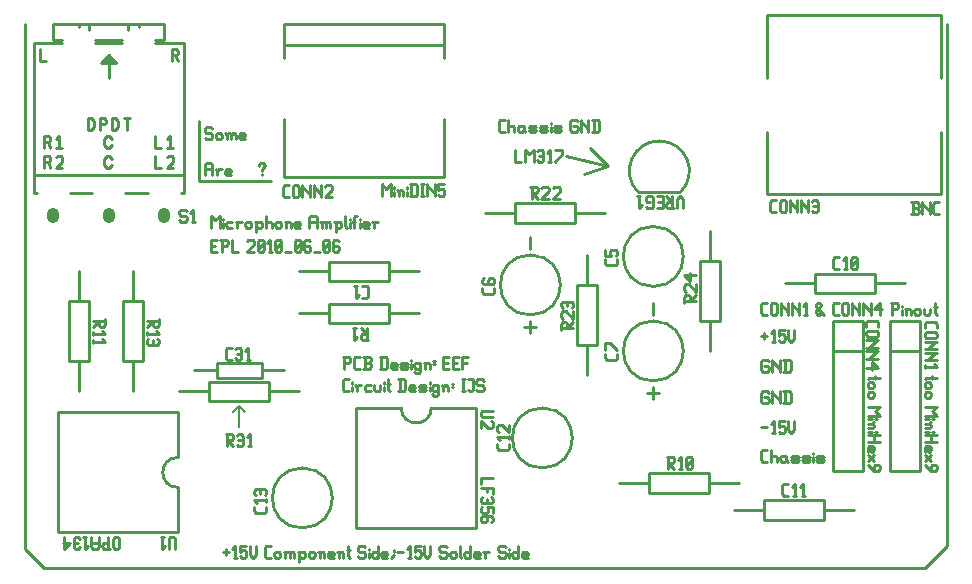
<source format=gbr>
G04 start of page 8 for group -4079 idx -4079 *
G04 Title: (unknown), topsilk *
G04 Creator: pcb 20110918 *
G04 CreationDate: Thu Mar  7 21:27:41 2013 UTC *
G04 For: fosse *
G04 Format: Gerber/RS-274X *
G04 PCB-Dimensions: 316500 193500 *
G04 PCB-Coordinate-Origin: lower left *
%MOIN*%
%FSLAX25Y25*%
%LNTOPSILK*%
%ADD90C,0.0400*%
%ADD89C,0.0110*%
%ADD88C,0.0060*%
%ADD87C,0.0100*%
G54D87*X62000Y135000D02*X86000D01*
X62000Y155000D02*Y135000D01*
G54D88*X75500Y60000D02*X73500Y58000D01*
G54D89*X10500Y6000D02*X304000D01*
X311500Y13500D01*
Y187500D01*
G54D87*X198500Y140000D02*X184500Y143500D01*
X198500Y140000D02*X192500Y146000D01*
X198500Y140000D02*X190500Y137500D01*
G54D89*X4000Y187500D02*Y12500D01*
X10500Y6000D01*
G54D88*X75500Y53000D02*Y60000D01*
X77500Y58000D01*
G54D87*X162495Y151550D02*X163980D01*
X162000Y152045D02*X162495Y151550D01*
X162000Y155015D02*Y152045D01*
Y155015D02*X162495Y155510D01*
X163980D01*
X165168D02*Y151550D01*
Y153035D02*X165663Y153530D01*
X166653D01*
X167148Y153035D01*
Y151550D01*
X169821Y153530D02*X170316Y153035D01*
X168831Y153530D02*X169821D01*
X168336Y153035D02*X168831Y153530D01*
X168336Y153035D02*Y152045D01*
X168831Y151550D01*
X170316Y153530D02*Y152045D01*
X170811Y151550D01*
X168831D02*X169821D01*
X170316Y152045D01*
X172494Y151550D02*X173979D01*
X174474Y152045D01*
X173979Y152540D02*X174474Y152045D01*
X172494Y152540D02*X173979D01*
X171999Y153035D02*X172494Y152540D01*
X171999Y153035D02*X172494Y153530D01*
X173979D01*
X174474Y153035D01*
X171999Y152045D02*X172494Y151550D01*
X176157D02*X177642D01*
X178137Y152045D01*
X177642Y152540D02*X178137Y152045D01*
X176157Y152540D02*X177642D01*
X175662Y153035D02*X176157Y152540D01*
X175662Y153035D02*X176157Y153530D01*
X177642D01*
X178137Y153035D01*
X175662Y152045D02*X176157Y151550D01*
X179325Y154520D02*Y154025D01*
Y153035D02*Y151550D01*
X180810D02*X182295D01*
X182790Y152045D01*
X182295Y152540D02*X182790Y152045D01*
X180810Y152540D02*X182295D01*
X180315Y153035D02*X180810Y152540D01*
X180315Y153035D02*X180810Y153530D01*
X182295D01*
X182790Y153035D01*
X180315Y152045D02*X180810Y151550D01*
X187740Y155510D02*X188235Y155015D01*
X186255Y155510D02*X187740D01*
X185760Y155015D02*X186255Y155510D01*
X185760Y155015D02*Y152045D01*
X186255Y151550D01*
X187740D01*
X188235Y152045D01*
Y153035D02*Y152045D01*
X187740Y153530D02*X188235Y153035D01*
X186750Y153530D02*X187740D01*
X189423Y155510D02*Y151550D01*
Y155510D02*Y155015D01*
X191898Y152540D01*
Y155510D02*Y151550D01*
X193581Y155510D02*Y151550D01*
X195066Y155510D02*X195561Y155015D01*
Y152045D01*
X195066Y151550D02*X195561Y152045D01*
X193086Y151550D02*X195066D01*
X193086Y155510D02*X195066D01*
X123000Y134010D02*Y130050D01*
Y134010D02*X124485Y132525D01*
X125970Y134010D01*
Y130050D01*
X127158Y133020D02*Y132525D01*
Y131535D02*Y130050D01*
X128643Y131535D02*Y130050D01*
Y131535D02*X129138Y132030D01*
X129633D01*
X130128Y131535D01*
Y130050D01*
X128148Y132030D02*X128643Y131535D01*
X131316Y133020D02*Y132525D01*
Y131535D02*Y130050D01*
X132801Y134010D02*Y130050D01*
X134286Y134010D02*X134781Y133515D01*
Y130545D01*
X134286Y130050D02*X134781Y130545D01*
X132306Y130050D02*X134286D01*
X132306Y134010D02*X134286D01*
X135969D02*X136959D01*
X136464D02*Y130050D01*
X135969D02*X136959D01*
X138147Y134010D02*Y130050D01*
Y134010D02*Y133515D01*
X140622Y131040D01*
Y134010D02*Y130050D01*
X141810Y134010D02*X143790D01*
X141810D02*Y132030D01*
X142305Y132525D01*
X143295D01*
X143790Y132030D01*
Y130545D01*
X143295Y130050D02*X143790Y130545D01*
X142305Y130050D02*X143295D01*
X141810Y130545D02*X142305Y130050D01*
X167500Y145510D02*Y141550D01*
X169480D01*
X170668Y145510D02*Y141550D01*
Y145510D02*X172153Y144025D01*
X173638Y145510D01*
Y141550D01*
X174826Y145015D02*X175321Y145510D01*
X176311D01*
X176806Y145015D01*
Y142045D01*
X176311Y141550D02*X176806Y142045D01*
X175321Y141550D02*X176311D01*
X174826Y142045D02*X175321Y141550D01*
Y143530D02*X176806D01*
X178489Y141550D02*X179479D01*
X178984Y145510D02*Y141550D01*
X177994Y144520D02*X178984Y145510D01*
X180667Y141550D02*X183142Y144025D01*
Y145510D02*Y144025D01*
X180667Y145510D02*X183142D01*
X299500Y124050D02*X301480D01*
X301975Y124545D01*
Y125535D02*Y124545D01*
X301480Y126030D02*X301975Y125535D01*
X299995Y126030D02*X301480D01*
X299995Y128010D02*Y124050D01*
X299500Y128010D02*X301480D01*
X301975Y127515D01*
Y126525D01*
X301480Y126030D02*X301975Y126525D01*
X303163Y128010D02*Y124050D01*
Y128010D02*Y127515D01*
X305638Y125040D01*
Y128010D02*Y124050D01*
X307321D02*X308806D01*
X306826Y124545D02*X307321Y124050D01*
X306826Y127515D02*Y124545D01*
Y127515D02*X307321Y128010D01*
X308806D01*
X304545Y69505D02*X308010D01*
X304545D02*X304050Y69010D01*
X306525Y70000D02*Y69010D01*
X304545Y68020D02*X305535D01*
X306030Y67525D01*
Y66535D01*
X305535Y66040D01*
X304545D02*X305535D01*
X304050Y66535D02*X304545Y66040D01*
X304050Y67525D02*Y66535D01*
X304545Y68020D02*X304050Y67525D01*
X304545Y64852D02*X305535D01*
X306030Y64357D01*
Y63367D01*
X305535Y62872D01*
X304545D02*X305535D01*
X304050Y63367D02*X304545Y62872D01*
X304050Y64357D02*Y63367D01*
X304545Y64852D02*X304050Y64357D01*
Y59902D02*X308010D01*
X306525Y58417D01*
X308010Y56932D01*
X304050D02*X308010D01*
X306525Y55744D02*X307020D01*
X304050D02*X305535D01*
X304050Y54259D02*X305535D01*
X306030Y53764D01*
Y53269D01*
X305535Y52774D01*
X304050D02*X305535D01*
X306030Y54754D02*X305535Y54259D01*
X306525Y51586D02*X307020D01*
X304050D02*X305535D01*
X304050Y50596D02*X308010D01*
X304050Y48121D02*X308010D01*
X306030Y50596D02*Y48121D01*
X304050Y46438D02*Y44953D01*
X304545Y46933D02*X304050Y46438D01*
X304545Y46933D02*X305535D01*
X306030Y46438D01*
Y45448D01*
X305535Y44953D01*
X305040Y46933D02*Y44953D01*
X305535D01*
X306030Y43765D02*X304050Y41785D01*
Y43765D02*X306030Y41785D01*
X304050Y40597D02*X306030Y38617D01*
X307515D01*
X308010Y39112D02*X307515Y38617D01*
X308010Y40102D02*Y39112D01*
X307515Y40597D02*X308010Y40102D01*
X306525Y40597D02*X307515D01*
X306525D02*X306030Y40102D01*
Y38617D01*
X285545Y69505D02*X289010D01*
X285545D02*X285050Y69010D01*
X287525Y70000D02*Y69010D01*
X285545Y68020D02*X286535D01*
X287030Y67525D01*
Y66535D01*
X286535Y66040D01*
X285545D02*X286535D01*
X285050Y66535D02*X285545Y66040D01*
X285050Y67525D02*Y66535D01*
X285545Y68020D02*X285050Y67525D01*
X285545Y64852D02*X286535D01*
X287030Y64357D01*
Y63367D01*
X286535Y62872D01*
X285545D02*X286535D01*
X285050Y63367D02*X285545Y62872D01*
X285050Y64357D02*Y63367D01*
X285545Y64852D02*X285050Y64357D01*
Y59902D02*X289010D01*
X287525Y58417D01*
X289010Y56932D01*
X285050D02*X289010D01*
X287525Y55744D02*X288020D01*
X285050D02*X286535D01*
X285050Y54259D02*X286535D01*
X287030Y53764D01*
Y53269D01*
X286535Y52774D01*
X285050D02*X286535D01*
X287030Y54754D02*X286535Y54259D01*
X287525Y51586D02*X288020D01*
X285050D02*X286535D01*
X285050Y50596D02*X289010D01*
X285050Y48121D02*X289010D01*
X287030Y50596D02*Y48121D01*
X285050Y46438D02*Y44953D01*
X285545Y46933D02*X285050Y46438D01*
X285545Y46933D02*X286535D01*
X287030Y46438D01*
Y45448D01*
X286535Y44953D01*
X286040Y46933D02*Y44953D01*
X286535D01*
X287030Y43765D02*X285050Y41785D01*
Y43765D02*X287030Y41785D01*
X285050Y40597D02*X287030Y38617D01*
X288515D01*
X289010Y39112D02*X288515Y38617D01*
X289010Y40102D02*Y39112D01*
X288515Y40597D02*X289010Y40102D01*
X287525Y40597D02*X288515D01*
X287525D02*X287030Y40102D01*
Y38617D01*
X250000Y90500D02*X251500D01*
X249500Y91000D02*X250000Y90500D01*
X249500Y94000D02*Y91000D01*
Y94000D02*X250000Y94500D01*
X251500D01*
X252700Y94000D02*Y91000D01*
Y94000D02*X253200Y94500D01*
X254200D01*
X254700Y94000D01*
Y91000D01*
X254200Y90500D02*X254700Y91000D01*
X253200Y90500D02*X254200D01*
X252700Y91000D02*X253200Y90500D01*
X255900Y94500D02*Y90500D01*
Y94500D02*Y94000D01*
X258400Y91500D01*
Y94500D02*Y90500D01*
X259600Y94500D02*Y90500D01*
Y94500D02*Y94000D01*
X262100Y91500D01*
Y94500D02*Y90500D01*
X263800D02*X264800D01*
X264300Y94500D02*Y90500D01*
X263300Y93500D02*X264300Y94500D01*
X267800Y91000D02*X268300Y90500D01*
X267800Y94000D02*Y93000D01*
Y94000D02*X268300Y94500D01*
X267800Y92000D02*X269300Y93500D01*
X268300Y90500D02*X268800D01*
X269800Y91500D01*
X267800Y93000D02*X270300Y90500D01*
X268300Y94500D02*X268800D01*
X269300Y94000D01*
Y93500D01*
X267800Y92000D02*Y91000D01*
X273800Y90500D02*X275300D01*
X273300Y91000D02*X273800Y90500D01*
X273300Y94000D02*Y91000D01*
Y94000D02*X273800Y94500D01*
X275300D01*
X276500Y94000D02*Y91000D01*
Y94000D02*X277000Y94500D01*
X278000D01*
X278500Y94000D01*
Y91000D01*
X278000Y90500D02*X278500Y91000D01*
X277000Y90500D02*X278000D01*
X276500Y91000D02*X277000Y90500D01*
X279700Y94500D02*Y90500D01*
Y94500D02*Y94000D01*
X282200Y91500D01*
Y94500D02*Y90500D01*
X283400Y94500D02*Y90500D01*
Y94500D02*Y94000D01*
X285900Y91500D01*
Y94500D02*Y90500D01*
X287100Y92500D02*X289100Y94500D01*
X287100Y92500D02*X289600D01*
X289100Y94500D02*Y90500D01*
X293100Y94500D02*Y90500D01*
X292600Y94500D02*X294600D01*
X295100Y94000D01*
Y93000D01*
X294600Y92500D02*X295100Y93000D01*
X293100Y92500D02*X294600D01*
X296300Y93500D02*Y93000D01*
Y92000D02*Y90500D01*
X297800Y92000D02*Y90500D01*
Y92000D02*X298300Y92500D01*
X298800D01*
X299300Y92000D01*
Y90500D01*
X297300Y92500D02*X297800Y92000D01*
X300500D02*Y91000D01*
Y92000D02*X301000Y92500D01*
X302000D01*
X302500Y92000D01*
Y91000D01*
X302000Y90500D02*X302500Y91000D01*
X301000Y90500D02*X302000D01*
X300500Y91000D02*X301000Y90500D01*
X303700Y92500D02*Y91000D01*
X304200Y90500D01*
X305200D01*
X305700Y91000D01*
Y92500D02*Y91000D01*
X307400Y94500D02*Y91000D01*
X307900Y90500D01*
X306900Y93000D02*X307900D01*
X249500Y83530D02*X251480D01*
X250490Y84520D02*Y82540D01*
X253163Y81550D02*X254153D01*
X253658Y85510D02*Y81550D01*
X252668Y84520D02*X253658Y85510D01*
X255341D02*X257321D01*
X255341D02*Y83530D01*
X255836Y84025D01*
X256826D01*
X257321Y83530D01*
Y82045D01*
X256826Y81550D02*X257321Y82045D01*
X255836Y81550D02*X256826D01*
X255341Y82045D02*X255836Y81550D01*
X258509Y85510D02*Y82540D01*
X259499Y81550D01*
X260489Y82540D01*
Y85510D02*Y82540D01*
X251480Y75510D02*X251975Y75015D01*
X249995Y75510D02*X251480D01*
X249500Y75015D02*X249995Y75510D01*
X249500Y75015D02*Y72045D01*
X249995Y71550D01*
X251480D01*
X251975Y72045D01*
Y73035D02*Y72045D01*
X251480Y73530D02*X251975Y73035D01*
X250490Y73530D02*X251480D01*
X253163Y75510D02*Y71550D01*
Y75510D02*Y75015D01*
X255638Y72540D01*
Y75510D02*Y71550D01*
X257321Y75510D02*Y71550D01*
X258806Y75510D02*X259301Y75015D01*
Y72045D01*
X258806Y71550D02*X259301Y72045D01*
X256826Y71550D02*X258806D01*
X256826Y75510D02*X258806D01*
X251480Y65010D02*X251975Y64515D01*
X249995Y65010D02*X251480D01*
X249500Y64515D02*X249995Y65010D01*
X249500Y64515D02*Y61545D01*
X249995Y61050D01*
X251480D01*
X251975Y61545D01*
Y62535D02*Y61545D01*
X251480Y63030D02*X251975Y62535D01*
X250490Y63030D02*X251480D01*
X253163Y65010D02*Y61050D01*
Y65010D02*Y64515D01*
X255638Y62040D01*
Y65010D02*Y61050D01*
X257321Y65010D02*Y61050D01*
X258806Y65010D02*X259301Y64515D01*
Y61545D01*
X258806Y61050D02*X259301Y61545D01*
X256826Y61050D02*X258806D01*
X256826Y65010D02*X258806D01*
X249995Y41550D02*X251480D01*
X249500Y42045D02*X249995Y41550D01*
X249500Y45015D02*Y42045D01*
Y45015D02*X249995Y45510D01*
X251480D01*
X252668D02*Y41550D01*
Y43035D02*X253163Y43530D01*
X254153D01*
X254648Y43035D01*
Y41550D01*
X257321Y43530D02*X257816Y43035D01*
X256331Y43530D02*X257321D01*
X255836Y43035D02*X256331Y43530D01*
X255836Y43035D02*Y42045D01*
X256331Y41550D01*
X257816Y43530D02*Y42045D01*
X258311Y41550D01*
X256331D02*X257321D01*
X257816Y42045D01*
X259994Y41550D02*X261479D01*
X261974Y42045D01*
X261479Y42540D02*X261974Y42045D01*
X259994Y42540D02*X261479D01*
X259499Y43035D02*X259994Y42540D01*
X259499Y43035D02*X259994Y43530D01*
X261479D01*
X261974Y43035D01*
X259499Y42045D02*X259994Y41550D01*
X263657D02*X265142D01*
X265637Y42045D01*
X265142Y42540D02*X265637Y42045D01*
X263657Y42540D02*X265142D01*
X263162Y43035D02*X263657Y42540D01*
X263162Y43035D02*X263657Y43530D01*
X265142D01*
X265637Y43035D01*
X263162Y42045D02*X263657Y41550D01*
X266825Y44520D02*Y44025D01*
Y43035D02*Y41550D01*
X268310D02*X269795D01*
X270290Y42045D01*
X269795Y42540D02*X270290Y42045D01*
X268310Y42540D02*X269795D01*
X267815Y43035D02*X268310Y42540D01*
X267815Y43035D02*X268310Y43530D01*
X269795D01*
X270290Y43035D01*
X267815Y42045D02*X268310Y41550D01*
X249500Y53030D02*X251480D01*
X253163Y51050D02*X254153D01*
X253658Y55010D02*Y51050D01*
X252668Y54020D02*X253658Y55010D01*
X255341D02*X257321D01*
X255341D02*Y53030D01*
X255836Y53525D01*
X256826D01*
X257321Y53030D01*
Y51545D01*
X256826Y51050D02*X257321Y51545D01*
X255836Y51050D02*X256826D01*
X255341Y51545D02*X255836Y51050D01*
X258509Y55010D02*Y52040D01*
X259499Y51050D01*
X260489Y52040D01*
Y55010D02*Y52040D01*
X156050Y36000D02*X160010D01*
X156050D02*Y34020D01*
Y32832D02*X160010D01*
Y30852D01*
X158030Y32832D02*Y31347D01*
X159515Y29664D02*X160010Y29169D01*
Y28179D01*
X159515Y27684D01*
X156545D02*X159515D01*
X156050Y28179D02*X156545Y27684D01*
X156050Y29169D02*Y28179D01*
X156545Y29664D02*X156050Y29169D01*
X158030D02*Y27684D01*
X160010Y26496D02*Y24516D01*
X158030Y26496D02*X160010D01*
X158030D02*X158525Y26001D01*
Y25011D01*
X158030Y24516D01*
X156545D02*X158030D01*
X156050Y25011D02*X156545Y24516D01*
X156050Y26001D02*Y25011D01*
X156545Y26496D02*X156050Y26001D01*
X160010Y21843D02*X159515Y21348D01*
X160010Y22833D02*Y21843D01*
X159515Y23328D02*X160010Y22833D01*
X156545Y23328D02*X159515D01*
X156545D02*X156050Y22833D01*
X158030Y21843D02*X157535Y21348D01*
X158030Y23328D02*Y21843D01*
X156050Y22833D02*Y21843D01*
X156545Y21348D01*
X157535D01*
X70000Y11530D02*X71980D01*
X70990Y12520D02*Y10540D01*
X73663Y9550D02*X74653D01*
X74158Y13510D02*Y9550D01*
X73168Y12520D02*X74158Y13510D01*
X75841D02*X77821D01*
X75841D02*Y11530D01*
X76336Y12025D01*
X77326D01*
X77821Y11530D01*
Y10045D01*
X77326Y9550D02*X77821Y10045D01*
X76336Y9550D02*X77326D01*
X75841Y10045D02*X76336Y9550D01*
X79009Y13510D02*Y10540D01*
X79999Y9550D01*
X80989Y10540D01*
Y13510D02*Y10540D01*
X84454Y9550D02*X85939D01*
X83959Y10045D02*X84454Y9550D01*
X83959Y13015D02*Y10045D01*
Y13015D02*X84454Y13510D01*
X85939D01*
X87127Y11035D02*Y10045D01*
Y11035D02*X87622Y11530D01*
X88612D01*
X89107Y11035D01*
Y10045D01*
X88612Y9550D02*X89107Y10045D01*
X87622Y9550D02*X88612D01*
X87127Y10045D02*X87622Y9550D01*
X90790Y11035D02*Y9550D01*
Y11035D02*X91285Y11530D01*
X91780D01*
X92275Y11035D01*
Y9550D01*
Y11035D02*X92770Y11530D01*
X93265D01*
X93760Y11035D01*
Y9550D01*
X90295Y11530D02*X90790Y11035D01*
X95443D02*Y8065D01*
X94948Y11530D02*X95443Y11035D01*
X95938Y11530D01*
X96928D01*
X97423Y11035D01*
Y10045D01*
X96928Y9550D02*X97423Y10045D01*
X95938Y9550D02*X96928D01*
X95443Y10045D02*X95938Y9550D01*
X98611Y11035D02*Y10045D01*
Y11035D02*X99106Y11530D01*
X100096D01*
X100591Y11035D01*
Y10045D01*
X100096Y9550D02*X100591Y10045D01*
X99106Y9550D02*X100096D01*
X98611Y10045D02*X99106Y9550D01*
X102274Y11035D02*Y9550D01*
Y11035D02*X102769Y11530D01*
X103264D01*
X103759Y11035D01*
Y9550D01*
X101779Y11530D02*X102274Y11035D01*
X105442Y9550D02*X106927D01*
X104947Y10045D02*X105442Y9550D01*
X104947Y11035D02*Y10045D01*
Y11035D02*X105442Y11530D01*
X106432D01*
X106927Y11035D01*
X104947Y10540D02*X106927D01*
Y11035D02*Y10540D01*
X108610Y11035D02*Y9550D01*
Y11035D02*X109105Y11530D01*
X109600D01*
X110095Y11035D01*
Y9550D01*
X108115Y11530D02*X108610Y11035D01*
X111778Y13510D02*Y10045D01*
X112273Y9550D01*
X111283Y12025D02*X112273D01*
X117025Y13510D02*X117520Y13015D01*
X115540Y13510D02*X117025D01*
X115045Y13015D02*X115540Y13510D01*
X115045Y13015D02*Y12025D01*
X115540Y11530D01*
X117025D01*
X117520Y11035D01*
Y10045D01*
X117025Y9550D02*X117520Y10045D01*
X115540Y9550D02*X117025D01*
X115045Y10045D02*X115540Y9550D01*
X118708Y12520D02*Y12025D01*
Y11035D02*Y9550D01*
X121678Y13510D02*Y9550D01*
X121183D02*X121678Y10045D01*
X120193Y9550D02*X121183D01*
X119698Y10045D02*X120193Y9550D01*
X119698Y11035D02*Y10045D01*
Y11035D02*X120193Y11530D01*
X121183D01*
X121678Y11035D01*
X123361Y9550D02*X124846D01*
X122866Y10045D02*X123361Y9550D01*
X122866Y11035D02*Y10045D01*
Y11035D02*X123361Y11530D01*
X124351D01*
X124846Y11035D01*
X122866Y10540D02*X124846D01*
Y11035D02*Y10540D01*
X126034Y9550D02*X127024Y10540D01*
Y12025D02*Y11530D01*
X128212D02*X130192D01*
X131875Y9550D02*X132865D01*
X132370Y13510D02*Y9550D01*
X131380Y12520D02*X132370Y13510D01*
X134053D02*X136033D01*
X134053D02*Y11530D01*
X134548Y12025D01*
X135538D01*
X136033Y11530D01*
Y10045D01*
X135538Y9550D02*X136033Y10045D01*
X134548Y9550D02*X135538D01*
X134053Y10045D02*X134548Y9550D01*
X137221Y13510D02*Y10540D01*
X138211Y9550D01*
X139201Y10540D01*
Y13510D02*Y10540D01*
X144151Y13510D02*X144646Y13015D01*
X142666Y13510D02*X144151D01*
X142171Y13015D02*X142666Y13510D01*
X142171Y13015D02*Y12025D01*
X142666Y11530D01*
X144151D01*
X144646Y11035D01*
Y10045D01*
X144151Y9550D02*X144646Y10045D01*
X142666Y9550D02*X144151D01*
X142171Y10045D02*X142666Y9550D01*
X145834Y11035D02*Y10045D01*
Y11035D02*X146329Y11530D01*
X147319D01*
X147814Y11035D01*
Y10045D01*
X147319Y9550D02*X147814Y10045D01*
X146329Y9550D02*X147319D01*
X145834Y10045D02*X146329Y9550D01*
X149002Y13510D02*Y10045D01*
X149497Y9550D01*
X152467Y13510D02*Y9550D01*
X151972D02*X152467Y10045D01*
X150982Y9550D02*X151972D01*
X150487Y10045D02*X150982Y9550D01*
X150487Y11035D02*Y10045D01*
Y11035D02*X150982Y11530D01*
X151972D01*
X152467Y11035D01*
X154150Y9550D02*X155635D01*
X153655Y10045D02*X154150Y9550D01*
X153655Y11035D02*Y10045D01*
Y11035D02*X154150Y11530D01*
X155140D01*
X155635Y11035D01*
X153655Y10540D02*X155635D01*
Y11035D02*Y10540D01*
X157318Y11035D02*Y9550D01*
Y11035D02*X157813Y11530D01*
X158803D01*
X156823D02*X157318Y11035D01*
X163753Y13510D02*X164248Y13015D01*
X162268Y13510D02*X163753D01*
X161773Y13015D02*X162268Y13510D01*
X161773Y13015D02*Y12025D01*
X162268Y11530D01*
X163753D01*
X164248Y11035D01*
Y10045D01*
X163753Y9550D02*X164248Y10045D01*
X162268Y9550D02*X163753D01*
X161773Y10045D02*X162268Y9550D01*
X165436Y12520D02*Y12025D01*
Y11035D02*Y9550D01*
X168406Y13510D02*Y9550D01*
X167911D02*X168406Y10045D01*
X166921Y9550D02*X167911D01*
X166426Y10045D02*X166921Y9550D01*
X166426Y11035D02*Y10045D01*
Y11035D02*X166921Y11530D01*
X167911D01*
X168406Y11035D01*
X170089Y9550D02*X171574D01*
X169594Y10045D02*X170089Y9550D01*
X169594Y11035D02*Y10045D01*
Y11035D02*X170089Y11530D01*
X171079D01*
X171574Y11035D01*
X169594Y10540D02*X171574D01*
Y11035D02*Y10540D01*
X35500Y15955D02*Y12985D01*
X35005Y12490D01*
X34015D02*X35005D01*
X34015D02*X33520Y12985D01*
Y15955D02*Y12985D01*
X34015Y16450D02*X33520Y15955D01*
X34015Y16450D02*X35005D01*
X35500Y15955D02*X35005Y16450D01*
X31837D02*Y12490D01*
X30352D02*X32332D01*
X30352D02*X29857Y12985D01*
Y13975D02*Y12985D01*
X30352Y14470D02*X29857Y13975D01*
X30352Y14470D02*X31837D01*
X28669Y16450D02*Y12985D01*
X28174Y12490D01*
X26689D02*X28174D01*
X26689D02*X26194Y12985D01*
Y16450D02*Y12985D01*
Y14470D02*X28669D01*
X23521Y16450D02*X24511D01*
X24016D02*Y12490D01*
X25006Y13480D02*X24016Y12490D01*
X22333Y12985D02*X21838Y12490D01*
X20848D02*X21838D01*
X20848D02*X20353Y12985D01*
Y15955D02*Y12985D01*
X20848Y16450D02*X20353Y15955D01*
X20848Y16450D02*X21838D01*
X22333Y15955D02*X21838Y16450D01*
X20353Y14470D02*X21838D01*
X19165D02*X17185Y12490D01*
X16690Y14470D02*X19165D01*
X17185Y16450D02*Y12490D01*
X110495Y65050D02*X111980D01*
X110000Y65545D02*X110495Y65050D01*
X110000Y68515D02*Y65545D01*
Y68515D02*X110495Y69010D01*
X111980D01*
X113168Y68020D02*Y67525D01*
Y66535D02*Y65050D01*
X114653Y66535D02*Y65050D01*
Y66535D02*X115148Y67030D01*
X116138D01*
X114158D02*X114653Y66535D01*
X117821Y67030D02*X119306D01*
X117326Y66535D02*X117821Y67030D01*
X117326Y66535D02*Y65545D01*
X117821Y65050D01*
X119306D01*
X120494Y67030D02*Y65545D01*
X120989Y65050D01*
X121979D01*
X122474Y65545D01*
Y67030D02*Y65545D01*
X123662Y68020D02*Y67525D01*
Y66535D02*Y65050D01*
X125147Y69010D02*Y65545D01*
X125642Y65050D01*
X124652Y67525D02*X125642D01*
X128909Y69010D02*Y65050D01*
X130394Y69010D02*X130889Y68515D01*
Y65545D01*
X130394Y65050D02*X130889Y65545D01*
X128414Y65050D02*X130394D01*
X128414Y69010D02*X130394D01*
X132572Y65050D02*X134057D01*
X132077Y65545D02*X132572Y65050D01*
X132077Y66535D02*Y65545D01*
Y66535D02*X132572Y67030D01*
X133562D01*
X134057Y66535D01*
X132077Y66040D02*X134057D01*
Y66535D02*Y66040D01*
X135740Y65050D02*X137225D01*
X137720Y65545D01*
X137225Y66040D02*X137720Y65545D01*
X135740Y66040D02*X137225D01*
X135245Y66535D02*X135740Y66040D01*
X135245Y66535D02*X135740Y67030D01*
X137225D01*
X137720Y66535D01*
X135245Y65545D02*X135740Y65050D01*
X138908Y68020D02*Y67525D01*
Y66535D02*Y65050D01*
X141383Y67030D02*X141878Y66535D01*
X140393Y67030D02*X141383D01*
X139898Y66535D02*X140393Y67030D01*
X139898Y66535D02*Y65545D01*
X140393Y65050D01*
X141383D01*
X141878Y65545D01*
X139898Y64060D02*X140393Y63565D01*
X141383D01*
X141878Y64060D01*
Y67030D02*Y64060D01*
X143561Y66535D02*Y65050D01*
Y66535D02*X144056Y67030D01*
X144551D01*
X145046Y66535D01*
Y65050D01*
X143066Y67030D02*X143561Y66535D01*
X146234Y67525D02*X146729D01*
X146234Y66535D02*X146729D01*
X149699Y69010D02*X150689D01*
X150194D02*Y65050D01*
X149699D02*X150689D01*
X151877Y69010D02*X153362D01*
Y65545D01*
X152867Y65050D02*X153362Y65545D01*
X152372Y65050D02*X152867D01*
X151877Y65545D02*X152372Y65050D01*
X156530Y69010D02*X157025Y68515D01*
X155045Y69010D02*X156530D01*
X154550Y68515D02*X155045Y69010D01*
X154550Y68515D02*Y67525D01*
X155045Y67030D01*
X156530D01*
X157025Y66535D01*
Y65545D01*
X156530Y65050D02*X157025Y65545D01*
X155045Y65050D02*X156530D01*
X154550Y65545D02*X155045Y65050D01*
X110495Y76510D02*Y72550D01*
X110000Y76510D02*X111980D01*
X112475Y76015D01*
Y75025D01*
X111980Y74530D02*X112475Y75025D01*
X110495Y74530D02*X111980D01*
X114158Y72550D02*X115643D01*
X113663Y73045D02*X114158Y72550D01*
X113663Y76015D02*Y73045D01*
Y76015D02*X114158Y76510D01*
X115643D01*
X116831Y72550D02*X118811D01*
X119306Y73045D01*
Y74035D02*Y73045D01*
X118811Y74530D02*X119306Y74035D01*
X117326Y74530D02*X118811D01*
X117326Y76510D02*Y72550D01*
X116831Y76510D02*X118811D01*
X119306Y76015D01*
Y75025D01*
X118811Y74530D02*X119306Y75025D01*
X122771Y76510D02*Y72550D01*
X124256Y76510D02*X124751Y76015D01*
Y73045D01*
X124256Y72550D02*X124751Y73045D01*
X122276Y72550D02*X124256D01*
X122276Y76510D02*X124256D01*
X126434Y72550D02*X127919D01*
X125939Y73045D02*X126434Y72550D01*
X125939Y74035D02*Y73045D01*
Y74035D02*X126434Y74530D01*
X127424D01*
X127919Y74035D01*
X125939Y73540D02*X127919D01*
Y74035D02*Y73540D01*
X129602Y72550D02*X131087D01*
X131582Y73045D01*
X131087Y73540D02*X131582Y73045D01*
X129602Y73540D02*X131087D01*
X129107Y74035D02*X129602Y73540D01*
X129107Y74035D02*X129602Y74530D01*
X131087D01*
X131582Y74035D01*
X129107Y73045D02*X129602Y72550D01*
X132770Y75520D02*Y75025D01*
Y74035D02*Y72550D01*
X135245Y74530D02*X135740Y74035D01*
X134255Y74530D02*X135245D01*
X133760Y74035D02*X134255Y74530D01*
X133760Y74035D02*Y73045D01*
X134255Y72550D01*
X135245D01*
X135740Y73045D01*
X133760Y71560D02*X134255Y71065D01*
X135245D01*
X135740Y71560D01*
Y74530D02*Y71560D01*
X137423Y74035D02*Y72550D01*
Y74035D02*X137918Y74530D01*
X138413D01*
X138908Y74035D01*
Y72550D01*
X136928Y74530D02*X137423Y74035D01*
X140096Y75025D02*X140591D01*
X140096Y74035D02*X140591D01*
X143561Y74530D02*X145046D01*
X143561Y72550D02*X145541D01*
X143561Y76510D02*Y72550D01*
Y76510D02*X145541D01*
X146729Y74530D02*X148214D01*
X146729Y72550D02*X148709D01*
X146729Y76510D02*Y72550D01*
Y76510D02*X148709D01*
X149897D02*Y72550D01*
Y76510D02*X151877D01*
X149897Y74530D02*X151382D01*
X64000Y140515D02*Y137050D01*
Y140515D02*X64495Y141010D01*
X65980D01*
X66475Y140515D01*
Y137050D01*
X64000Y139030D02*X66475D01*
X68158Y138535D02*Y137050D01*
Y138535D02*X68653Y139030D01*
X69643D01*
X67663D02*X68158Y138535D01*
X71326Y137050D02*X72811D01*
X70831Y137545D02*X71326Y137050D01*
X70831Y138535D02*Y137545D01*
Y138535D02*X71326Y139030D01*
X72316D01*
X72811Y138535D01*
X70831Y138040D02*X72811D01*
Y138535D02*Y138040D01*
X82990Y139030D02*Y138535D01*
Y137545D02*Y137050D01*
X82000Y140515D02*Y140020D01*
Y140515D02*X82495Y141010D01*
X83485D01*
X83980Y140515D01*
Y140020D01*
X82990Y139030D02*X83980Y140020D01*
X66000Y113500D02*X67500D01*
X66000Y111500D02*X68000D01*
X66000Y115500D02*Y111500D01*
Y115500D02*X68000D01*
X69700D02*Y111500D01*
X69200Y115500D02*X71200D01*
X71700Y115000D01*
Y114000D01*
X71200Y113500D02*X71700Y114000D01*
X69700Y113500D02*X71200D01*
X72900Y115500D02*Y111500D01*
X74900D01*
X77900Y115000D02*X78400Y115500D01*
X79900D01*
X80400Y115000D01*
Y114000D01*
X77900Y111500D02*X80400Y114000D01*
X77900Y111500D02*X80400D01*
X81600Y112000D02*X82100Y111500D01*
X81600Y115000D02*Y112000D01*
Y115000D02*X82100Y115500D01*
X83100D01*
X83600Y115000D01*
Y112000D01*
X83100Y111500D02*X83600Y112000D01*
X82100Y111500D02*X83100D01*
X81600Y112500D02*X83600Y114500D01*
X85300Y111500D02*X86300D01*
X85800Y115500D02*Y111500D01*
X84800Y114500D02*X85800Y115500D01*
X87500Y112000D02*X88000Y111500D01*
X87500Y115000D02*Y112000D01*
Y115000D02*X88000Y115500D01*
X89000D01*
X89500Y115000D01*
Y112000D01*
X89000Y111500D02*X89500Y112000D01*
X88000Y111500D02*X89000D01*
X87500Y112500D02*X89500Y114500D01*
X90700Y111500D02*X92700D01*
X93900Y112000D02*X94400Y111500D01*
X93900Y115000D02*Y112000D01*
Y115000D02*X94400Y115500D01*
X95400D01*
X95900Y115000D01*
Y112000D01*
X95400Y111500D02*X95900Y112000D01*
X94400Y111500D02*X95400D01*
X93900Y112500D02*X95900Y114500D01*
X98600Y115500D02*X99100Y115000D01*
X97600Y115500D02*X98600D01*
X97100Y115000D02*X97600Y115500D01*
X97100Y115000D02*Y112000D01*
X97600Y111500D01*
X98600Y113500D02*X99100Y113000D01*
X97100Y113500D02*X98600D01*
X97600Y111500D02*X98600D01*
X99100Y112000D01*
Y113000D02*Y112000D01*
X100300Y111500D02*X102300D01*
X103500Y112000D02*X104000Y111500D01*
X103500Y115000D02*Y112000D01*
Y115000D02*X104000Y115500D01*
X105000D01*
X105500Y115000D01*
Y112000D01*
X105000Y111500D02*X105500Y112000D01*
X104000Y111500D02*X105000D01*
X103500Y112500D02*X105500Y114500D01*
X108200Y115500D02*X108700Y115000D01*
X107200Y115500D02*X108200D01*
X106700Y115000D02*X107200Y115500D01*
X106700Y115000D02*Y112000D01*
X107200Y111500D01*
X108200Y113500D02*X108700Y113000D01*
X106700Y113500D02*X108200D01*
X107200Y111500D02*X108200D01*
X108700Y112000D01*
Y113000D02*Y112000D01*
X66000Y123510D02*Y119550D01*
Y123510D02*X67485Y122025D01*
X68970Y123510D01*
Y119550D01*
X70158Y122520D02*Y122025D01*
Y121035D02*Y119550D01*
X71643Y121530D02*X73128D01*
X71148Y121035D02*X71643Y121530D01*
X71148Y121035D02*Y120045D01*
X71643Y119550D01*
X73128D01*
X74811Y121035D02*Y119550D01*
Y121035D02*X75306Y121530D01*
X76296D01*
X74316D02*X74811Y121035D01*
X77484D02*Y120045D01*
Y121035D02*X77979Y121530D01*
X78969D01*
X79464Y121035D01*
Y120045D01*
X78969Y119550D02*X79464Y120045D01*
X77979Y119550D02*X78969D01*
X77484Y120045D02*X77979Y119550D01*
X81147Y121035D02*Y118065D01*
X80652Y121530D02*X81147Y121035D01*
X81642Y121530D01*
X82632D01*
X83127Y121035D01*
Y120045D01*
X82632Y119550D02*X83127Y120045D01*
X81642Y119550D02*X82632D01*
X81147Y120045D02*X81642Y119550D01*
X84315Y123510D02*Y119550D01*
Y121035D02*X84810Y121530D01*
X85800D01*
X86295Y121035D01*
Y119550D01*
X87483Y121035D02*Y120045D01*
Y121035D02*X87978Y121530D01*
X88968D01*
X89463Y121035D01*
Y120045D01*
X88968Y119550D02*X89463Y120045D01*
X87978Y119550D02*X88968D01*
X87483Y120045D02*X87978Y119550D01*
X91146Y121035D02*Y119550D01*
Y121035D02*X91641Y121530D01*
X92136D01*
X92631Y121035D01*
Y119550D01*
X90651Y121530D02*X91146Y121035D01*
X94314Y119550D02*X95799D01*
X93819Y120045D02*X94314Y119550D01*
X93819Y121035D02*Y120045D01*
Y121035D02*X94314Y121530D01*
X95304D01*
X95799Y121035D01*
X93819Y120540D02*X95799D01*
Y121035D02*Y120540D01*
X98769Y123015D02*Y119550D01*
Y123015D02*X99264Y123510D01*
X100749D01*
X101244Y123015D01*
Y119550D01*
X98769Y121530D02*X101244D01*
X102927Y121035D02*Y119550D01*
Y121035D02*X103422Y121530D01*
X103917D01*
X104412Y121035D01*
Y119550D01*
Y121035D02*X104907Y121530D01*
X105402D01*
X105897Y121035D01*
Y119550D01*
X102432Y121530D02*X102927Y121035D01*
X107580D02*Y118065D01*
X107085Y121530D02*X107580Y121035D01*
X108075Y121530D01*
X109065D01*
X109560Y121035D01*
Y120045D01*
X109065Y119550D02*X109560Y120045D01*
X108075Y119550D02*X109065D01*
X107580Y120045D02*X108075Y119550D01*
X110748Y123510D02*Y120045D01*
X111243Y119550D01*
X112233Y122520D02*Y122025D01*
Y121035D02*Y119550D01*
X113718Y123015D02*Y119550D01*
Y123015D02*X114213Y123510D01*
X114708D01*
X113223Y121530D02*X114213D01*
X115698Y122520D02*Y122025D01*
Y121035D02*Y119550D01*
X117183D02*X118668D01*
X116688Y120045D02*X117183Y119550D01*
X116688Y121035D02*Y120045D01*
Y121035D02*X117183Y121530D01*
X118173D01*
X118668Y121035D01*
X116688Y120540D02*X118668D01*
Y121035D02*Y120540D01*
X120351Y121035D02*Y119550D01*
Y121035D02*X120846Y121530D01*
X121836D01*
X119856D02*X120351Y121035D01*
X65980Y153010D02*X66475Y152515D01*
X64495Y153010D02*X65980D01*
X64000Y152515D02*X64495Y153010D01*
X64000Y152515D02*Y151525D01*
X64495Y151030D01*
X65980D01*
X66475Y150535D01*
Y149545D01*
X65980Y149050D02*X66475Y149545D01*
X64495Y149050D02*X65980D01*
X64000Y149545D02*X64495Y149050D01*
X67663Y150535D02*Y149545D01*
Y150535D02*X68158Y151030D01*
X69148D01*
X69643Y150535D01*
Y149545D01*
X69148Y149050D02*X69643Y149545D01*
X68158Y149050D02*X69148D01*
X67663Y149545D02*X68158Y149050D01*
X71326Y150535D02*Y149050D01*
Y150535D02*X71821Y151030D01*
X72316D01*
X72811Y150535D01*
Y149050D01*
Y150535D02*X73306Y151030D01*
X73801D01*
X74296Y150535D01*
Y149050D01*
X70831Y151030D02*X71326Y150535D01*
X75979Y149050D02*X77464D01*
X75484Y149545D02*X75979Y149050D01*
X75484Y150535D02*Y149545D01*
Y150535D02*X75979Y151030D01*
X76969D01*
X77464Y150535D01*
X75484Y150040D02*X77464D01*
Y150535D02*Y150040D01*
G54D90*X50500Y124000D02*Y123000D01*
G54D87*X57000Y131000D02*Y181000D01*
X42000Y186500D02*Y187500D01*
X8000Y131000D02*X7000D01*
X57000D02*X56000D01*
X19000D02*X26500D01*
X37500D02*X45000D01*
X25500Y185500D02*Y187500D01*
X22000Y186500D02*Y187500D01*
X7000Y181000D02*X16500D01*
X27500D02*X36500D01*
X57000D02*X47500D01*
X16500Y182000D02*X13500D01*
Y187500D01*
X50500D01*
Y182000D01*
X47500D01*
X36500D02*X27500D01*
X38500Y185500D02*Y187500D01*
G54D90*X13500Y124000D02*Y123000D01*
X32000Y124000D02*Y123000D01*
G54D87*X7000Y181000D02*Y131000D01*
Y137000D02*X57000D01*
X32000Y177000D02*Y169500D01*
Y177000D02*X29500Y174500D01*
X34500D01*
X32000Y177000D01*
Y176000D02*X33500Y174500D01*
X30500D02*X32000Y176000D01*
X25000Y156000D02*Y152000D01*
X26000D01*
X27000Y153000D01*
Y155000D01*
X26000Y156000D01*
X25000D01*
X29000Y152000D02*Y156000D01*
X30500D01*
X31000Y155500D01*
Y154500D01*
X30500Y154000D01*
X29500D01*
X35000Y155000D02*X34000Y156000D01*
X33000D01*
X12000Y150000D02*X12500Y149500D01*
Y148500D01*
X12000Y148000D01*
X11000D01*
X10500Y143500D02*X12000D01*
X12500Y143000D01*
Y142000D01*
X12000Y141500D01*
X11000D01*
X12000Y147500D02*X12500Y146000D01*
X12000Y141000D02*X12500Y139500D01*
X53000Y179000D02*Y175000D01*
Y179000D02*X54500D01*
X55000Y178500D01*
Y177500D01*
X54500Y177000D01*
X53500D01*
X54500Y176500D02*X55000Y175000D01*
X9000Y179000D02*Y175000D01*
X11000D01*
X16500Y143000D02*Y141500D01*
X10500Y143500D02*Y139500D01*
X14500Y146000D02*X16500D01*
X15500D02*Y150000D01*
X14500Y149000D01*
X47500Y139500D02*X49500D01*
X14500D02*X16500D01*
X52000Y143500D02*X53000D01*
X51500Y143000D02*X52000Y143500D01*
X53000D02*X53500Y143000D01*
Y141500D01*
X51500Y139500D01*
X53500D01*
X47500Y150000D02*Y146000D01*
X49500D01*
X51500D02*X53500D01*
X52500D02*Y150000D01*
X51500Y149000D01*
X47500Y143500D02*Y139500D01*
X16500Y141500D02*X14500Y139500D01*
Y143000D02*X15000Y143500D01*
X16000D02*X16500Y143000D01*
X15000Y143500D02*X16000D01*
X10500Y150000D02*Y146000D01*
Y150000D02*X12000D01*
X33000Y156000D02*Y152000D01*
X34000D01*
X35000Y153000D01*
Y155000D01*
X37000Y156000D02*X39000D01*
X38000D02*Y152000D01*
X30500Y142500D02*Y140500D01*
Y149000D02*Y147000D01*
X31500Y150000D02*X30500Y149000D01*
Y147000D02*X31500Y146000D01*
X32000D02*X33000Y147000D01*
X31500Y146000D02*X32000D01*
Y150000D02*X31500D01*
X33000Y142500D02*X32000Y143500D01*
X31500D01*
X30500Y142500D01*
Y140500D02*X31500Y139500D01*
X32000D02*X33000Y140500D01*
X31500Y139500D02*X32000D01*
X33000Y149000D02*X32000Y150000D01*
X15000Y58000D02*X55000D01*
X15000D02*Y18000D01*
X55000D01*
Y58000D02*Y43000D01*
Y33000D02*Y18000D01*
Y43000D02*G75*G03X55000Y33000I0J-5000D01*G01*
X96500Y19500D02*G75*G03X96500Y19500I0J10000D01*G01*
X40000Y105000D02*Y95000D01*
Y75000D02*Y65000D01*
X43300Y95000D02*Y75000D01*
X36700D02*X43300D01*
X36700Y95000D02*Y75000D01*
Y95000D02*X43300D01*
X68000Y74500D02*Y69500D01*
X83000D01*
Y74500D02*Y69500D01*
X68000Y74500D02*X83000D01*
Y72000D02*X90500D01*
X60500D02*X68000D01*
X22000Y105000D02*Y95000D01*
Y75000D02*Y65000D01*
X25300Y95000D02*Y75000D01*
X18700D02*X25300D01*
X18700Y95000D02*Y75000D01*
Y95000D02*X25300D01*
X55500Y65000D02*X65500D01*
X85500D02*X95500D01*
X65500Y68300D02*X85500D01*
Y61700D01*
X65500D02*X85500D01*
X65500Y68300D02*Y61700D01*
X191500Y80500D02*Y70500D01*
Y110500D02*Y100500D01*
X188200D02*Y80500D01*
Y100500D02*X194800D01*
Y80500D01*
X188200D02*X194800D01*
X172500Y88500D02*Y84500D01*
X170500Y86500D02*X174500D01*
X172500Y116500D02*Y112500D01*
Y90500D02*G75*G03X172500Y90500I0J10000D01*G01*
X176500Y39500D02*G75*G03X176500Y39500I0J10000D01*G01*
X309500Y190350D02*X251500D01*
X309500Y130650D02*Y151500D01*
X251500Y130650D02*X309500D01*
X251500Y190350D02*Y169500D01*
X309500Y190350D02*Y169500D01*
X251500Y130650D02*Y151500D01*
X309500Y189516D03*
X208500Y131500D02*X222500D01*
X222571Y131429D02*G75*G03X208429Y131429I-7071J7071D01*G01*
X90425Y180500D02*X143574D01*
X90425Y136406D02*Y155737D01*
Y187390D02*X143575D01*
Y136406D02*X90425D01*
Y187390D02*Y176052D01*
X143575Y187390D02*Y176052D01*
Y136406D02*Y155737D01*
X157500Y124500D02*X167500D01*
X187500D02*X197500D01*
X167500Y127800D02*X187500D01*
Y121200D01*
X167500D01*
Y127800D01*
X213500Y100000D02*G75*G03X213500Y100000I0J10000D01*G01*
X232500Y88500D02*Y78500D01*
Y118500D02*Y108500D01*
X229200D02*Y88500D01*
Y108500D02*X235800D01*
Y88500D01*
X229200D02*X235800D01*
X213500Y66500D02*Y62500D01*
X211500Y64500D02*X215500D01*
X213500Y94500D02*Y90500D01*
Y68500D02*G75*G03X213500Y68500I0J10000D01*G01*
X302500Y78500D02*Y88500D01*
X292500Y78500D02*X302500D01*
Y88500D02*X292500D01*
X302500Y38500D02*Y88500D01*
X292500Y38500D02*X302500D01*
X292500Y88500D02*Y38500D01*
X283500Y78500D02*Y88500D01*
X273500Y78500D02*X283500D01*
Y88500D02*X273500D01*
X283500Y38500D02*Y88500D01*
X273500Y38500D02*X283500D01*
X273500Y88500D02*Y38500D01*
X257500Y101000D02*X267500D01*
X287500D02*X297500D01*
X267500Y104300D02*X287500D01*
Y97700D01*
X267500D01*
Y104300D01*
X212000Y37800D02*Y31200D01*
X232000D01*
Y37800D02*Y31200D01*
X212000Y37800D02*X232000D01*
Y34500D02*X242000D01*
X202000D02*X212000D01*
X240500Y25500D02*X250500D01*
X270500D02*X280500D01*
X250500Y28800D02*X270500D01*
Y22200D01*
X250500D02*X270500D01*
X250500Y28800D02*Y22200D01*
X114500Y59500D02*Y19500D01*
X154500D01*
Y59500D01*
X114500D02*X129500D01*
X139500D02*X154500D01*
X129500D02*G75*G03X139500Y59500I5000J0D01*G01*
X125500Y105000D02*X135500D01*
X95500D02*X105500D01*
Y101700D02*X125500D01*
X105500Y108300D02*Y101700D01*
Y108300D02*X125500D01*
Y101700D01*
Y91000D02*X135500D01*
X95500D02*X105500D01*
Y87700D02*X125500D01*
X105500Y94300D02*Y87700D01*
Y94300D02*X125500D01*
Y87700D01*
X57500Y125500D02*X58000Y125000D01*
X56000Y125500D02*X57500D01*
X55500Y125000D02*X56000Y125500D01*
X55500Y125000D02*Y124000D01*
X56000Y123500D01*
X57500D01*
X58000Y123000D01*
Y122000D01*
X57500Y121500D02*X58000Y122000D01*
X56000Y121500D02*X57500D01*
X55500Y122000D02*X56000Y121500D01*
X59700D02*X60700D01*
X60200Y125500D02*Y121500D01*
X59200Y124500D02*X60200Y125500D01*
X90634Y129752D02*X92134D01*
X90134Y130252D02*X90634Y129752D01*
X90134Y133252D02*Y130252D01*
Y133252D02*X90634Y133752D01*
X92134D01*
X93334Y133252D02*Y130252D01*
Y133252D02*X93834Y133752D01*
X94834D01*
X95334Y133252D01*
Y130252D01*
X94834Y129752D02*X95334Y130252D01*
X93834Y129752D02*X94834D01*
X93334Y130252D02*X93834Y129752D01*
X96534Y133752D02*Y129752D01*
Y133752D02*Y133252D01*
X99034Y130752D01*
Y133752D02*Y129752D01*
X100234Y133752D02*Y129752D01*
Y133752D02*Y133252D01*
X102734Y130752D01*
Y133752D02*Y129752D01*
X103934Y133252D02*X104434Y133752D01*
X105934D01*
X106434Y133252D01*
Y132252D01*
X103934Y129752D02*X106434Y132252D01*
X103934Y129752D02*X106434D01*
X54000Y16000D02*Y12500D01*
Y16000D02*X53500Y16500D01*
X52500D02*X53500D01*
X52500D02*X52000Y16000D01*
Y12500D01*
X49300Y16500D02*X50300D01*
X49800D02*Y12500D01*
X50800Y13500D02*X49800Y12500D01*
X84500Y26500D02*Y25000D01*
X84000Y24500D02*X84500Y25000D01*
X81000Y24500D02*X84000D01*
X81000D02*X80500Y25000D01*
Y26500D02*Y25000D01*
X84500Y29200D02*Y28200D01*
X80500Y28700D02*X84500D01*
X81500Y27700D02*X80500Y28700D01*
X81000Y30400D02*X80500Y30900D01*
Y31900D02*Y30900D01*
Y31900D02*X81000Y32400D01*
X84000D01*
X84500Y31900D02*X84000Y32400D01*
X84500Y31900D02*Y30900D01*
X84000Y30400D02*X84500Y30900D01*
X82500Y32400D02*Y30900D01*
X48700Y89000D02*Y87000D01*
X48200Y86500D01*
X47200D02*X48200D01*
X46700Y87000D02*X47200Y86500D01*
X46700Y88500D02*Y87000D01*
X44700Y88500D02*X48700D01*
X46700D02*X44700Y86500D01*
Y84800D02*Y83800D01*
Y84300D02*X48700D01*
X47700Y85300D02*X48700Y84300D01*
X48200Y82600D02*X48700Y82100D01*
Y81100D01*
X48200Y80600D01*
X45200D02*X48200D01*
X44700Y81100D02*X45200Y80600D01*
X44700Y82100D02*Y81100D01*
X45200Y82600D02*X44700Y82100D01*
X46700D02*Y80600D01*
X71500Y75500D02*X73000D01*
X71000Y76000D02*X71500Y75500D01*
X71000Y79000D02*Y76000D01*
Y79000D02*X71500Y79500D01*
X73000D01*
X74200Y79000D02*X74700Y79500D01*
X75700D01*
X76200Y79000D01*
Y76000D01*
X75700Y75500D02*X76200Y76000D01*
X74700Y75500D02*X75700D01*
X74200Y76000D02*X74700Y75500D01*
Y77500D02*X76200D01*
X77900Y75500D02*X78900D01*
X78400Y79500D02*Y75500D01*
X77400Y78500D02*X78400Y79500D01*
X30700Y89000D02*Y87000D01*
X30200Y86500D01*
X29200D02*X30200D01*
X28700Y87000D02*X29200Y86500D01*
X28700Y88500D02*Y87000D01*
X26700Y88500D02*X30700D01*
X28700D02*X26700Y86500D01*
Y84800D02*Y83800D01*
Y84300D02*X30700D01*
X29700Y85300D02*X30700Y84300D01*
X26700Y82100D02*Y81100D01*
Y81600D02*X30700D01*
X29700Y82600D02*X30700Y81600D01*
X71000Y50700D02*X73000D01*
X73500Y50200D01*
Y49200D01*
X73000Y48700D02*X73500Y49200D01*
X71500Y48700D02*X73000D01*
X71500Y50700D02*Y46700D01*
Y48700D02*X73500Y46700D01*
X74700Y50200D02*X75200Y50700D01*
X76200D01*
X76700Y50200D01*
Y47200D01*
X76200Y46700D02*X76700Y47200D01*
X75200Y46700D02*X76200D01*
X74700Y47200D02*X75200Y46700D01*
Y48700D02*X76700D01*
X78400Y46700D02*X79400D01*
X78900Y50700D02*Y46700D01*
X77900Y49700D02*X78900Y50700D01*
X116500Y100300D02*X118000D01*
X118500Y99800D02*X118000Y100300D01*
X118500Y99800D02*Y96800D01*
X118000Y96300D01*
X116500D02*X118000D01*
X113800Y100300D02*X114800D01*
X114300D02*Y96300D01*
X115300Y97300D02*X114300Y96300D01*
X116500Y82300D02*X118500D01*
X116500D02*X116000Y82800D01*
Y83800D02*Y82800D01*
X116500Y84300D02*X116000Y83800D01*
X116500Y84300D02*X118000D01*
Y86300D02*Y82300D01*
Y84300D02*X116000Y86300D01*
X113300D02*X114300D01*
X113800D02*Y82300D01*
X114800Y83300D02*X113800Y82300D01*
X182800Y87500D02*Y85500D01*
Y87500D02*X183300Y88000D01*
X184300D01*
X184800Y87500D02*X184300Y88000D01*
X184800Y87500D02*Y86000D01*
X182800D02*X186800D01*
X184800D02*X186800Y88000D01*
X183300Y89200D02*X182800Y89700D01*
Y91200D02*Y89700D01*
Y91200D02*X183300Y91700D01*
X184300D01*
X186800Y89200D02*X184300Y91700D01*
X186800D02*Y89200D01*
X183300Y92900D02*X182800Y93400D01*
Y94400D02*Y93400D01*
Y94400D02*X183300Y94900D01*
X186300D01*
X186800Y94400D02*X186300Y94900D01*
X186800Y94400D02*Y93400D01*
X186300Y92900D02*X186800Y93400D01*
X184800Y94900D02*Y93400D01*
X160500Y99500D02*Y98000D01*
X160000Y97500D02*X160500Y98000D01*
X157000Y97500D02*X160000D01*
X157000D02*X156500Y98000D01*
Y99500D02*Y98000D01*
Y102200D02*X157000Y102700D01*
X156500Y102200D02*Y101200D01*
X157000Y100700D02*X156500Y101200D01*
X157000Y100700D02*X160000D01*
X160500Y101200D01*
X158500Y102200D02*X159000Y102700D01*
X158500Y102200D02*Y100700D01*
X160500Y102200D02*Y101200D01*
Y102200D02*X160000Y102700D01*
X159000D02*X160000D01*
X165500Y47500D02*Y46000D01*
X165000Y45500D02*X165500Y46000D01*
X162000Y45500D02*X165000D01*
X162000D02*X161500Y46000D01*
Y47500D02*Y46000D01*
X165500Y50200D02*Y49200D01*
X161500Y49700D02*X165500D01*
X162500Y48700D02*X161500Y49700D01*
X162000Y51400D02*X161500Y51900D01*
Y53400D02*Y51900D01*
Y53400D02*X162000Y53900D01*
X163000D01*
X165500Y51400D02*X163000Y53900D01*
X165500D02*Y51400D01*
X253037Y124690D02*X254537D01*
X252537Y125190D02*X253037Y124690D01*
X252537Y128190D02*Y125190D01*
Y128190D02*X253037Y128690D01*
X254537D01*
X255737Y128190D02*Y125190D01*
Y128190D02*X256237Y128690D01*
X257237D01*
X257737Y128190D01*
Y125190D01*
X257237Y124690D02*X257737Y125190D01*
X256237Y124690D02*X257237D01*
X255737Y125190D02*X256237Y124690D01*
X258937Y128690D02*Y124690D01*
Y128690D02*Y128190D01*
X261437Y125690D01*
Y128690D02*Y124690D01*
X262637Y128690D02*Y124690D01*
Y128690D02*Y128190D01*
X265137Y125690D01*
Y128690D02*Y124690D01*
X266337Y128190D02*X266837Y128690D01*
X267837D01*
X268337Y128190D01*
Y125190D01*
X267837Y124690D02*X268337Y125190D01*
X266837Y124690D02*X267837D01*
X266337Y125190D02*X266837Y124690D01*
Y126690D02*X268337D01*
X223500Y129000D02*Y126000D01*
Y129000D02*X222500Y130000D01*
X221500Y129000D01*
Y126000D01*
X218300D02*X220300D01*
X218300D02*X217800Y126500D01*
Y127500D02*Y126500D01*
X218300Y128000D02*X217800Y127500D01*
X218300Y128000D02*X219800D01*
Y130000D02*Y126000D01*
Y128000D02*X217800Y130000D01*
X215100Y128000D02*X216600D01*
X214600Y130000D02*X216600D01*
Y126000D01*
X214600D02*X216600D01*
X211400D02*X210900Y126500D01*
X211400Y126000D02*X212900D01*
X213400Y126500D02*X212900Y126000D01*
X213400Y129500D02*Y126500D01*
Y129500D02*X212900Y130000D01*
X211400D02*X212900D01*
X211400D02*X210900Y129500D01*
Y128500D01*
X211400Y128000D02*X210900Y128500D01*
X211400Y128000D02*X212400D01*
X208200Y130000D02*X209200D01*
X208700D02*Y126000D01*
X209700Y127000D02*X208700Y126000D01*
X172500Y133200D02*X174500D01*
X175000Y132700D01*
Y131700D01*
X174500Y131200D02*X175000Y131700D01*
X173000Y131200D02*X174500D01*
X173000Y133200D02*Y129200D01*
Y131200D02*X175000Y129200D01*
X176200Y132700D02*X176700Y133200D01*
X178200D01*
X178700Y132700D01*
Y131700D01*
X176200Y129200D02*X178700Y131700D01*
X176200Y129200D02*X178700D01*
X179900Y132700D02*X180400Y133200D01*
X181900D01*
X182400Y132700D01*
Y131700D01*
X179900Y129200D02*X182400Y131700D01*
X179900Y129200D02*X182400D01*
X201500Y109000D02*Y107500D01*
X201000Y107000D02*X201500Y107500D01*
X198000Y107000D02*X201000D01*
X198000D02*X197500Y107500D01*
Y109000D02*Y107500D01*
Y112200D02*Y110200D01*
X199500D01*
X199000Y110700D01*
Y111700D02*Y110700D01*
Y111700D02*X199500Y112200D01*
X201000D01*
X201500Y111700D02*X201000Y112200D01*
X201500Y111700D02*Y110700D01*
X201000Y110200D02*X201500Y110700D01*
X223800Y96500D02*Y94500D01*
Y96500D02*X224300Y97000D01*
X225300D01*
X225800Y96500D02*X225300Y97000D01*
X225800Y96500D02*Y95000D01*
X223800D02*X227800D01*
X225800D02*X227800Y97000D01*
X224300Y98200D02*X223800Y98700D01*
Y100200D02*Y98700D01*
Y100200D02*X224300Y100700D01*
X225300D01*
X227800Y98200D02*X225300Y100700D01*
X227800D02*Y98200D01*
X225800Y101900D02*X223800Y103900D01*
X225800Y104400D02*Y101900D01*
X223800Y103900D02*X227800D01*
X201500Y77500D02*Y76000D01*
X201000Y75500D02*X201500Y76000D01*
X198000Y75500D02*X201000D01*
X198000D02*X197500Y76000D01*
Y77500D02*Y76000D01*
X201500Y78700D02*X199000Y81200D01*
X197500D02*X199000D01*
X197500D02*Y78700D01*
X304000Y87500D02*Y86000D01*
X304500Y88000D02*X304000Y87500D01*
X304500Y88000D02*X307500D01*
X308000Y87500D01*
Y86000D01*
X304500Y84800D02*X307500D01*
X308000Y84300D01*
Y83300D01*
X307500Y82800D01*
X304500D02*X307500D01*
X304000Y83300D02*X304500Y82800D01*
X304000Y84300D02*Y83300D01*
X304500Y84800D02*X304000Y84300D01*
Y81600D02*X308000D01*
X307500D02*X308000D01*
X307500D02*X305000Y79100D01*
X304000D02*X308000D01*
X304000Y77900D02*X308000D01*
X307500D02*X308000D01*
X307500D02*X305000Y75400D01*
X304000D02*X308000D01*
X304000Y73700D02*Y72700D01*
Y73200D02*X308000D01*
X307000Y74200D02*X308000Y73200D01*
X284500Y88000D02*Y86500D01*
X285000Y88500D02*X284500Y88000D01*
X285000Y88500D02*X288000D01*
X288500Y88000D01*
Y86500D01*
X285000Y85300D02*X288000D01*
X288500Y84800D01*
Y83800D01*
X288000Y83300D01*
X285000D02*X288000D01*
X284500Y83800D02*X285000Y83300D01*
X284500Y84800D02*Y83800D01*
X285000Y85300D02*X284500Y84800D01*
Y82100D02*X288500D01*
X288000D02*X288500D01*
X288000D02*X285500Y79600D01*
X284500D02*X288500D01*
X284500Y78400D02*X288500D01*
X288000D02*X288500D01*
X288000D02*X285500Y75900D01*
X284500D02*X288500D01*
X286500Y74700D02*X288500Y72700D01*
X286500Y74700D02*Y72200D01*
X284500Y72700D02*X288500D01*
X274000Y105700D02*X275500D01*
X273500Y106200D02*X274000Y105700D01*
X273500Y109200D02*Y106200D01*
Y109200D02*X274000Y109700D01*
X275500D01*
X277200Y105700D02*X278200D01*
X277700Y109700D02*Y105700D01*
X276700Y108700D02*X277700Y109700D01*
X279400Y106200D02*X279900Y105700D01*
X279400Y109200D02*Y106200D01*
Y109200D02*X279900Y109700D01*
X280900D01*
X281400Y109200D01*
Y106200D01*
X280900Y105700D02*X281400Y106200D01*
X279900Y105700D02*X280900D01*
X279400Y106700D02*X281400Y108700D01*
X218000Y43200D02*X220000D01*
X220500Y42700D01*
Y41700D01*
X220000Y41200D02*X220500Y41700D01*
X218500Y41200D02*X220000D01*
X218500Y43200D02*Y39200D01*
Y41200D02*X220500Y39200D01*
X222200D02*X223200D01*
X222700Y43200D02*Y39200D01*
X221700Y42200D02*X222700Y43200D01*
X224400Y39700D02*X224900Y39200D01*
X224400Y42700D02*Y39700D01*
Y42700D02*X224900Y43200D01*
X225900D01*
X226400Y42700D01*
Y39700D01*
X225900Y39200D02*X226400Y39700D01*
X224900Y39200D02*X225900D01*
X224400Y40200D02*X226400Y42200D01*
X257000Y30200D02*X258500D01*
X256500Y30700D02*X257000Y30200D01*
X256500Y33700D02*Y30700D01*
Y33700D02*X257000Y34200D01*
X258500D01*
X260200Y30200D02*X261200D01*
X260700Y34200D02*Y30200D01*
X259700Y33200D02*X260700Y34200D01*
X262900Y30200D02*X263900D01*
X263400Y34200D02*Y30200D01*
X262400Y33200D02*X263400Y34200D01*
X156500Y58500D02*X160000D01*
X156500D02*X156000Y58000D01*
Y57000D01*
X156500Y56500D01*
X160000D01*
X159500Y55300D02*X160000Y54800D01*
Y53300D01*
X159500Y52800D01*
X158500D02*X159500D01*
X156000Y55300D02*X158500Y52800D01*
X156000Y55300D02*Y52800D01*
M02*

</source>
